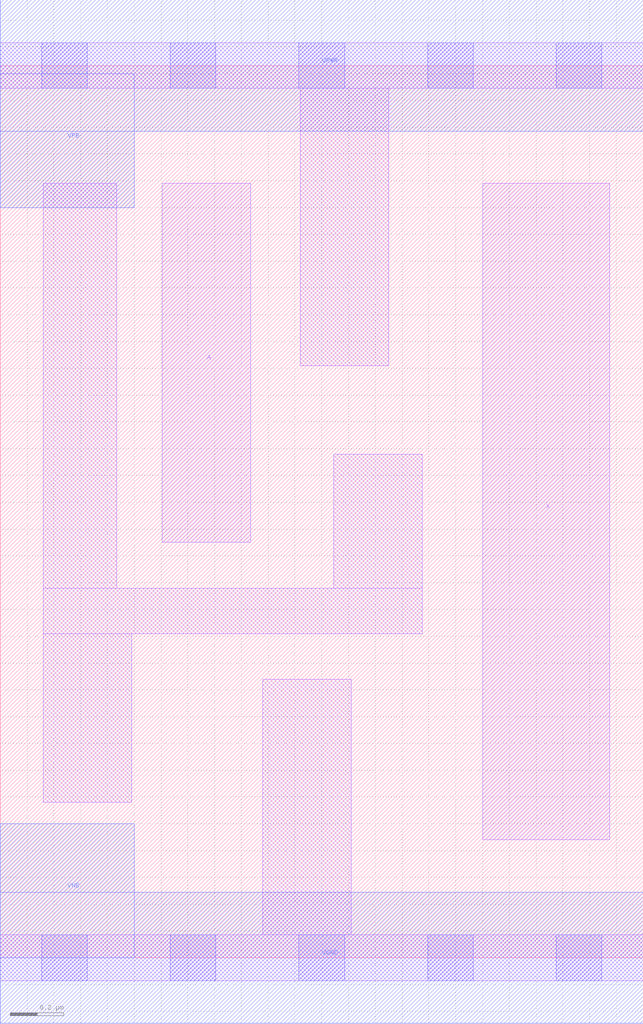
<source format=lef>
# Copyright 2020 The SkyWater PDK Authors
#
# Licensed under the Apache License, Version 2.0 (the "License");
# you may not use this file except in compliance with the License.
# You may obtain a copy of the License at
#
#     https://www.apache.org/licenses/LICENSE-2.0
#
# Unless required by applicable law or agreed to in writing, software
# distributed under the License is distributed on an "AS IS" BASIS,
# WITHOUT WARRANTIES OR CONDITIONS OF ANY KIND, either express or implied.
# See the License for the specific language governing permissions and
# limitations under the License.
#
# SPDX-License-Identifier: Apache-2.0

VERSION 5.5 ;
NAMESCASESENSITIVE ON ;
BUSBITCHARS "[]" ;
DIVIDERCHAR "/" ;
MACRO sky130_fd_sc_lp__buflp_0
  CLASS CORE ;
  SOURCE USER ;
  ORIGIN  0.000000  0.000000 ;
  SIZE  2.400000 BY  3.330000 ;
  SYMMETRY X Y R90 ;
  SITE unit ;
  PIN A
    ANTENNAGATEAREA  0.252000 ;
    DIRECTION INPUT ;
    USE SIGNAL ;
    PORT
      LAYER li1 ;
        RECT 0.605000 1.550000 0.935000 2.890000 ;
    END
  END A
  PIN X
    ANTENNADIFFAREA  0.302100 ;
    DIRECTION OUTPUT ;
    USE SIGNAL ;
    PORT
      LAYER li1 ;
        RECT 1.800000 0.440000 2.275000 2.890000 ;
    END
  END X
  PIN VGND
    DIRECTION INOUT ;
    USE GROUND ;
    PORT
      LAYER met1 ;
        RECT 0.000000 -0.245000 2.400000 0.245000 ;
    END
  END VGND
  PIN VNB
    DIRECTION INOUT ;
    USE GROUND ;
    PORT
    END
  END VNB
  PIN VPB
    DIRECTION INOUT ;
    USE POWER ;
    PORT
    END
  END VPB
  PIN VNB
    DIRECTION INOUT ;
    USE GROUND ;
    PORT
      LAYER met1 ;
        RECT 0.000000 0.000000 0.500000 0.500000 ;
    END
  END VNB
  PIN VPB
    DIRECTION INOUT ;
    USE POWER ;
    PORT
      LAYER met1 ;
        RECT 0.000000 2.800000 0.500000 3.300000 ;
    END
  END VPB
  PIN VPWR
    DIRECTION INOUT ;
    USE POWER ;
    PORT
      LAYER met1 ;
        RECT 0.000000 3.085000 2.400000 3.575000 ;
    END
  END VPWR
  OBS
    LAYER li1 ;
      RECT 0.000000 -0.085000 2.400000 0.085000 ;
      RECT 0.000000  3.245000 2.400000 3.415000 ;
      RECT 0.160000  0.580000 0.490000 1.210000 ;
      RECT 0.160000  1.210000 1.575000 1.380000 ;
      RECT 0.160000  1.380000 0.435000 2.890000 ;
      RECT 0.980000  0.085000 1.310000 1.040000 ;
      RECT 1.120000  2.210000 1.450000 3.245000 ;
      RECT 1.245000  1.380000 1.575000 1.880000 ;
    LAYER mcon ;
      RECT 0.155000 -0.085000 0.325000 0.085000 ;
      RECT 0.155000  3.245000 0.325000 3.415000 ;
      RECT 0.635000 -0.085000 0.805000 0.085000 ;
      RECT 0.635000  3.245000 0.805000 3.415000 ;
      RECT 1.115000 -0.085000 1.285000 0.085000 ;
      RECT 1.115000  3.245000 1.285000 3.415000 ;
      RECT 1.595000 -0.085000 1.765000 0.085000 ;
      RECT 1.595000  3.245000 1.765000 3.415000 ;
      RECT 2.075000 -0.085000 2.245000 0.085000 ;
      RECT 2.075000  3.245000 2.245000 3.415000 ;
  END
END sky130_fd_sc_lp__buflp_0
END LIBRARY

</source>
